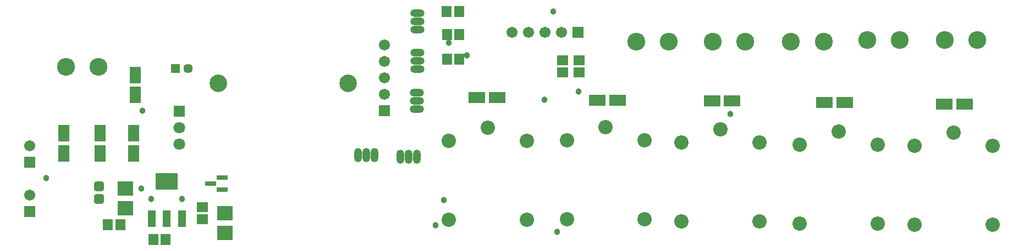
<source format=gts>
%FSLAX25Y25*%
%MOIN*%
G70*
G01*
G75*
G04 Layer_Color=8388736*
%ADD10R,0.05118X0.05906*%
%ADD11R,0.06102X0.09646*%
%ADD12R,0.06299X0.02362*%
%ADD13R,0.05906X0.05118*%
%ADD14R,0.08661X0.07874*%
%ADD15R,0.09646X0.06102*%
%ADD16R,0.12992X0.09449*%
%ADD17R,0.03937X0.09449*%
G04:AMPARAMS|DCode=18|XSize=50mil|YSize=50mil|CornerRadius=6.25mil|HoleSize=0mil|Usage=FLASHONLY|Rotation=270.000|XOffset=0mil|YOffset=0mil|HoleType=Round|Shape=RoundedRectangle|*
%AMROUNDEDRECTD18*
21,1,0.05000,0.03750,0,0,270.0*
21,1,0.03750,0.05000,0,0,270.0*
1,1,0.01250,-0.01875,-0.01875*
1,1,0.01250,-0.01875,0.01875*
1,1,0.01250,0.01875,0.01875*
1,1,0.01250,0.01875,-0.01875*
%
%ADD18ROUNDEDRECTD18*%
%ADD19C,0.02000*%
%ADD20C,0.03000*%
%ADD21C,0.11000*%
%ADD22C,0.05906*%
%ADD23R,0.05906X0.05906*%
%ADD24O,0.07874X0.03937*%
%ADD25O,0.07874X0.03937*%
%ADD26C,0.10000*%
%ADD27C,0.07874*%
%ADD28R,0.05906X0.05906*%
%ADD29C,0.09843*%
%ADD30C,0.04921*%
%ADD31R,0.04921X0.04921*%
%ADD32C,0.06299*%
%ADD33R,0.06299X0.06299*%
%ADD34O,0.03937X0.07874*%
%ADD35O,0.03937X0.07874*%
%ADD36C,0.03000*%
%ADD37C,0.07874*%
%ADD38C,0.00984*%
%ADD39C,0.00787*%
%ADD40C,0.01000*%
%ADD41C,0.00500*%
%ADD42C,0.00300*%
%ADD43R,0.05918X0.06706*%
%ADD44R,0.06902X0.10446*%
%ADD45R,0.07099X0.03162*%
%ADD46R,0.06706X0.05918*%
%ADD47R,0.09461X0.08674*%
%ADD48R,0.10446X0.06902*%
%ADD49R,0.13792X0.10249*%
%ADD50R,0.04737X0.10249*%
G04:AMPARAMS|DCode=51|XSize=58mil|YSize=58mil|CornerRadius=10.25mil|HoleSize=0mil|Usage=FLASHONLY|Rotation=270.000|XOffset=0mil|YOffset=0mil|HoleType=Round|Shape=RoundedRectangle|*
%AMROUNDEDRECTD51*
21,1,0.05800,0.03750,0,0,270.0*
21,1,0.03750,0.05800,0,0,270.0*
1,1,0.02050,-0.01875,-0.01875*
1,1,0.02050,-0.01875,0.01875*
1,1,0.02050,0.01875,0.01875*
1,1,0.02050,0.01875,-0.01875*
%
%ADD51ROUNDEDRECTD51*%
%ADD52C,0.06706*%
%ADD53R,0.06706X0.06706*%
%ADD54O,0.08674X0.04737*%
%ADD55O,0.08674X0.04737*%
%ADD56C,0.10800*%
%ADD57C,0.08674*%
%ADD58R,0.06706X0.06706*%
%ADD59C,0.10642*%
%ADD60C,0.05721*%
%ADD61R,0.05721X0.05721*%
%ADD62C,0.07099*%
%ADD63R,0.07099X0.07099*%
%ADD64O,0.04737X0.08674*%
%ADD65O,0.04737X0.08674*%
%ADD66C,0.03800*%
D43*
X58160Y21000D02*
D03*
X65640D02*
D03*
X271240Y121700D02*
D03*
X263760D02*
D03*
X270940Y150700D02*
D03*
X263460D02*
D03*
X271240Y136600D02*
D03*
X263760D02*
D03*
X85660Y12000D02*
D03*
X93140D02*
D03*
D44*
X74900Y99898D02*
D03*
Y112102D02*
D03*
X73900Y76602D02*
D03*
Y64398D02*
D03*
X31400Y76602D02*
D03*
Y64398D02*
D03*
X53400D02*
D03*
Y76602D02*
D03*
D45*
X120357Y46000D02*
D03*
X127443Y49740D02*
D03*
Y42260D02*
D03*
D46*
X115400Y24260D02*
D03*
Y31740D02*
D03*
X343700Y121140D02*
D03*
Y113660D02*
D03*
X333600Y121140D02*
D03*
Y113660D02*
D03*
D47*
X129000Y27906D02*
D03*
Y16095D02*
D03*
X68900Y42906D02*
D03*
Y31094D02*
D03*
D48*
X294002Y98200D02*
D03*
X281798D02*
D03*
X577402Y94500D02*
D03*
X565198D02*
D03*
X504602Y95500D02*
D03*
X492398D02*
D03*
X367002Y96800D02*
D03*
X354798D02*
D03*
X436502Y96500D02*
D03*
X424298D02*
D03*
D49*
X93900Y47417D02*
D03*
D50*
X102955Y24583D02*
D03*
X93900D02*
D03*
X84845D02*
D03*
D51*
X52900Y44250D02*
D03*
Y36750D02*
D03*
D52*
X10900Y39000D02*
D03*
X225600Y100200D02*
D03*
Y110200D02*
D03*
Y120200D02*
D03*
Y130200D02*
D03*
X333000Y138000D02*
D03*
X323000D02*
D03*
X313000D02*
D03*
X303000D02*
D03*
X10900Y69000D02*
D03*
D53*
Y29000D02*
D03*
X225600Y90200D02*
D03*
X10900Y59000D02*
D03*
D54*
X245300Y91300D02*
D03*
Y96300D02*
D03*
X245900Y115600D02*
D03*
Y120600D02*
D03*
Y139600D02*
D03*
Y144600D02*
D03*
D55*
X245300Y101300D02*
D03*
X245900Y125600D02*
D03*
Y149600D02*
D03*
D56*
X398143Y132200D02*
D03*
X378457D02*
D03*
X491943D02*
D03*
X472258D02*
D03*
X32757Y117000D02*
D03*
X52443D02*
D03*
X444343Y132200D02*
D03*
X424657D02*
D03*
X565357Y133400D02*
D03*
X585042D02*
D03*
X518558D02*
D03*
X538242D02*
D03*
D57*
X405890Y22983D02*
D03*
Y71014D02*
D03*
X453134Y22983D02*
D03*
Y71014D02*
D03*
X429512Y78888D02*
D03*
X336290Y24283D02*
D03*
Y72314D02*
D03*
X383534Y24283D02*
D03*
Y72314D02*
D03*
X359912Y80188D02*
D03*
X264890Y24083D02*
D03*
Y72114D02*
D03*
X312134Y24083D02*
D03*
Y72114D02*
D03*
X288512Y79988D02*
D03*
X547090Y20983D02*
D03*
Y69014D02*
D03*
X594334Y20983D02*
D03*
Y69014D02*
D03*
X570712Y76888D02*
D03*
X477490Y21683D02*
D03*
Y69714D02*
D03*
X524734Y21683D02*
D03*
Y69714D02*
D03*
X501112Y77588D02*
D03*
D58*
X343000Y138000D02*
D03*
D59*
X203870Y107100D02*
D03*
X125130D02*
D03*
D60*
X106837Y116000D02*
D03*
D61*
X98963D02*
D03*
D62*
X101400Y70000D02*
D03*
Y80000D02*
D03*
D63*
Y90000D02*
D03*
D64*
X219700Y63300D02*
D03*
X214700D02*
D03*
X245300Y62400D02*
D03*
X240300D02*
D03*
D65*
X209700Y63300D02*
D03*
X235300Y62400D02*
D03*
D66*
X84470Y36700D02*
D03*
X102955D02*
D03*
X435270Y88200D02*
D03*
X322670Y97000D02*
D03*
X256870Y20730D02*
D03*
X330270Y16600D02*
D03*
X261770Y35900D02*
D03*
X78970Y90472D02*
D03*
X20600Y49300D02*
D03*
X327970Y150700D02*
D03*
X264870Y131647D02*
D03*
X275670Y124100D02*
D03*
X343470Y101900D02*
D03*
X78270Y42906D02*
D03*
M02*

</source>
